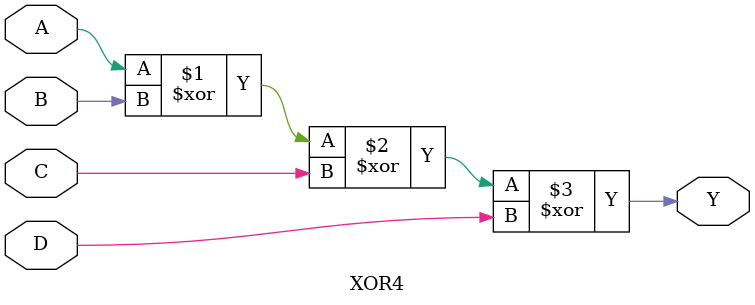
<source format=v>
module XOR4 (
	input A, B, C, D,
	output Y
);
	assign Y = A ^ B ^ C ^ D;
endmodule
</source>
